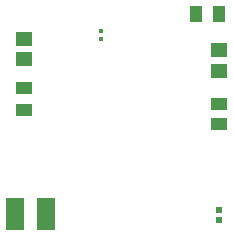
<source format=gtp>
G04*
G04 #@! TF.GenerationSoftware,Altium Limited,Altium Designer,20.2.7 (254)*
G04*
G04 Layer_Color=8421504*
%FSLAX25Y25*%
%MOIN*%
G70*
G04*
G04 #@! TF.SameCoordinates,98EDEFB3-FBBC-4785-AB48-8CD72EF7211F*
G04*
G04*
G04 #@! TF.FilePolarity,Positive*
G04*
G01*
G75*
%ADD15R,0.05363X0.03969*%
%ADD16R,0.05363X0.04546*%
%ADD17R,0.06115X0.10654*%
%ADD18R,0.05363X0.04166*%
%ADD19R,0.01428X0.01788*%
%ADD20R,0.03963X0.05544*%
%ADD21R,0.02254X0.02423*%
D15*
X51181Y265201D02*
D03*
Y272304D02*
D03*
D16*
X116142Y284944D02*
D03*
Y278048D02*
D03*
X51181Y288881D02*
D03*
Y281985D02*
D03*
D17*
X58368Y230315D02*
D03*
X47931D02*
D03*
D18*
X116142Y267232D02*
D03*
Y260327D02*
D03*
D19*
X76772Y291339D02*
D03*
Y288942D02*
D03*
D20*
X115948Y297244D02*
D03*
X108461D02*
D03*
D21*
X116142Y228346D02*
D03*
Y231721D02*
D03*
M02*

</source>
